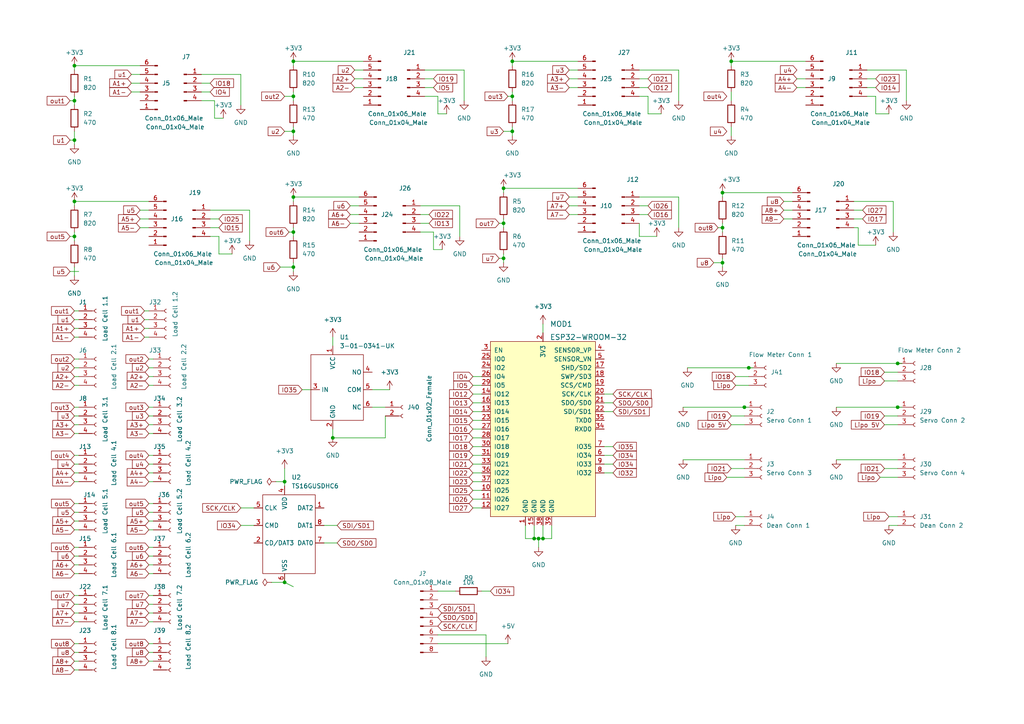
<source format=kicad_sch>
(kicad_sch (version 20211123) (generator eeschema)
  (paper "A4")
  (junction (at 21.59 29.21))
  (junction (at 82.55 168.91))
  (junction (at 260.35 105.41))
  (junction (at 21.59 19.05))
  (junction (at 156.21 156.21))
  (junction (at 148.59 38.1))
  (junction (at 148.59 27.94))
  (junction (at 21.59 68.58))
  (junction (at 146.05 54.61))
  (junction (at 85.09 67.31))
  (junction (at 146.05 74.93))
  (junction (at 217.17 106.68))
  (junction (at 157.48 156.21))
  (junction (at 154.94 156.21))
  (junction (at 85.09 27.94))
  (junction (at 215.9 118.11))
  (junction (at 21.59 58.42))
  (junction (at 85.09 38.1))
  (junction (at 148.59 17.78))
  (junction (at 21.59 40.64))
  (junction (at 209.55 76.2))
  (junction (at 82.55 139.7))
  (junction (at 85.09 17.78))
  (junction (at 212.09 17.78))
  (junction (at 85.09 77.47))
  (junction (at 209.55 55.88))
  (junction (at 85.09 57.15))
  (junction (at 260.35 118.11))
  (junction (at 96.52 127))
  (junction (at 146.05 64.77))
  (junction (at 209.55 66.04))
  (wire (pts (xy 21.59 67.31) (xy 21.59 68.58)))
  (wire (pts (xy 69.85 147.32) (xy 73.66 147.32)))
  (wire (pts (xy 212.09 123.19) (xy 215.9 123.19)))
  (wire (pts (xy 185.42 25.4) (xy 187.96 25.4)))
  (wire (pts (xy 148.59 17.78) (xy 148.59 19.05)))
  (wire (pts (xy 21.59 90.17) (xy 22.86 90.17)))
  (wire (pts (xy 43.18 134.62) (xy 44.45 134.62)))
  (wire (pts (xy 256.54 123.19) (xy 260.35 123.19)))
  (wire (pts (xy 137.16 137.16) (xy 139.7 137.16)))
  (wire (pts (xy 148.59 17.78) (xy 167.64 17.78)))
  (wire (pts (xy 247.65 66.04) (xy 248.92 66.04)))
  (wire (pts (xy 21.59 77.47) (xy 21.59 80.01)))
  (wire (pts (xy 58.42 26.67) (xy 60.96 26.67)))
  (wire (pts (xy 43.18 191.77) (xy 44.45 191.77)))
  (wire (pts (xy 21.59 158.75) (xy 22.86 158.75)))
  (wire (pts (xy 262.89 20.32) (xy 262.89 29.21)))
  (wire (pts (xy 21.59 186.69) (xy 22.86 186.69)))
  (wire (pts (xy 63.5 68.58) (xy 63.5 73.66)))
  (wire (pts (xy 198.12 133.35) (xy 215.9 133.35)))
  (wire (pts (xy 259.08 58.42) (xy 259.08 67.31)))
  (wire (pts (xy 60.96 60.96) (xy 72.39 60.96)))
  (wire (pts (xy 69.85 152.4) (xy 73.66 152.4)))
  (wire (pts (xy 213.36 109.22) (xy 217.17 109.22)))
  (wire (pts (xy 21.59 58.42) (xy 21.59 59.69)))
  (wire (pts (xy 175.26 116.84) (xy 177.8 116.84)))
  (wire (pts (xy 85.09 26.67) (xy 85.09 27.94)))
  (wire (pts (xy 146.05 54.61) (xy 146.05 55.88)))
  (wire (pts (xy 127 33.02) (xy 129.54 33.02)))
  (wire (pts (xy 21.59 132.08) (xy 22.86 132.08)))
  (wire (pts (xy 146.05 73.66) (xy 146.05 74.93)))
  (wire (pts (xy 63.5 73.66) (xy 67.31 73.66)))
  (wire (pts (xy 93.98 157.48) (xy 97.79 157.48)))
  (wire (pts (xy 255.27 138.43) (xy 260.35 138.43)))
  (wire (pts (xy 199.39 106.68) (xy 217.17 106.68)))
  (wire (pts (xy 43.18 158.75) (xy 44.45 158.75)))
  (wire (pts (xy 137.16 132.08) (xy 139.7 132.08)))
  (wire (pts (xy 247.65 63.5) (xy 250.19 63.5)))
  (wire (pts (xy 146.05 64.77) (xy 146.05 66.04)))
  (wire (pts (xy 154.94 156.21) (xy 156.21 156.21)))
  (wire (pts (xy 40.64 60.96) (xy 43.18 60.96)))
  (wire (pts (xy 78.74 168.91) (xy 82.55 168.91)))
  (wire (pts (xy 209.55 66.04) (xy 209.55 67.31)))
  (wire (pts (xy 121.92 64.77) (xy 124.46 64.77)))
  (wire (pts (xy 137.16 116.84) (xy 139.7 116.84)))
  (wire (pts (xy 257.81 152.4) (xy 260.35 152.4)))
  (wire (pts (xy 227.33 58.42) (xy 229.87 58.42)))
  (wire (pts (xy 144.78 74.93) (xy 146.05 74.93)))
  (wire (pts (xy 146.05 54.61) (xy 167.64 54.61)))
  (wire (pts (xy 43.18 180.34) (xy 44.45 180.34)))
  (wire (pts (xy 101.6 59.69) (xy 104.14 59.69)))
  (wire (pts (xy 148.59 27.94) (xy 148.59 29.21)))
  (wire (pts (xy 213.36 149.86) (xy 215.9 149.86)))
  (wire (pts (xy 212.09 17.78) (xy 233.68 17.78)))
  (wire (pts (xy 137.16 142.24) (xy 139.7 142.24)))
  (wire (pts (xy 148.59 38.1) (xy 148.59 39.37)))
  (wire (pts (xy 96.52 97.79) (xy 96.52 100.33)))
  (wire (pts (xy 165.1 62.23) (xy 167.64 62.23)))
  (wire (pts (xy 21.59 92.71) (xy 22.86 92.71)))
  (wire (pts (xy 62.23 29.21) (xy 62.23 34.29)))
  (wire (pts (xy 247.65 60.96) (xy 250.19 60.96)))
  (wire (pts (xy 21.59 29.21) (xy 20.32 29.21)))
  (wire (pts (xy 41.91 97.79) (xy 43.18 97.79)))
  (wire (pts (xy 82.55 139.7) (xy 82.55 140.97)))
  (wire (pts (xy 209.55 55.88) (xy 209.55 57.15)))
  (wire (pts (xy 137.16 124.46) (xy 139.7 124.46)))
  (wire (pts (xy 121.92 62.23) (xy 124.46 62.23)))
  (wire (pts (xy 82.55 167.64) (xy 82.55 168.91)))
  (wire (pts (xy 60.96 66.04) (xy 63.5 66.04)))
  (wire (pts (xy 248.92 66.04) (xy 248.92 71.12)))
  (wire (pts (xy 132.08 171.45) (xy 127 171.45)))
  (wire (pts (xy 21.59 104.14) (xy 22.86 104.14)))
  (wire (pts (xy 21.59 189.23) (xy 22.86 189.23)))
  (wire (pts (xy 123.19 22.86) (xy 125.73 22.86)))
  (wire (pts (xy 43.18 148.59) (xy 44.45 148.59)))
  (wire (pts (xy 21.59 191.77) (xy 22.86 191.77)))
  (wire (pts (xy 21.59 40.64) (xy 20.32 40.64)))
  (wire (pts (xy 21.59 175.26) (xy 22.86 175.26)))
  (wire (pts (xy 185.42 64.77) (xy 185.42 68.58)))
  (wire (pts (xy 41.91 95.25) (xy 43.18 95.25)))
  (wire (pts (xy 21.59 123.19) (xy 22.86 123.19)))
  (wire (pts (xy 82.55 27.94) (xy 85.09 27.94)))
  (wire (pts (xy 43.18 177.8) (xy 44.45 177.8)))
  (wire (pts (xy 82.55 38.1) (xy 85.09 38.1)))
  (wire (pts (xy 137.16 139.7) (xy 139.7 139.7)))
  (wire (pts (xy 251.46 27.94) (xy 254 27.94)))
  (wire (pts (xy 185.42 20.32) (xy 196.85 20.32)))
  (wire (pts (xy 43.18 137.16) (xy 44.45 137.16)))
  (wire (pts (xy 21.59 166.37) (xy 22.86 166.37)))
  (wire (pts (xy 212.09 36.83) (xy 212.09 39.37)))
  (wire (pts (xy 134.62 20.32) (xy 134.62 29.21)))
  (wire (pts (xy 175.26 119.38) (xy 177.8 119.38)))
  (wire (pts (xy 187.96 27.94) (xy 187.96 33.02)))
  (wire (pts (xy 185.42 68.58) (xy 190.5 68.58)))
  (wire (pts (xy 38.1 26.67) (xy 40.64 26.67)))
  (wire (pts (xy 43.18 109.22) (xy 44.45 109.22)))
  (wire (pts (xy 60.96 63.5) (xy 63.5 63.5)))
  (wire (pts (xy 209.55 74.93) (xy 209.55 76.2)))
  (wire (pts (xy 21.59 29.21) (xy 21.59 30.48)))
  (wire (pts (xy 121.92 59.69) (xy 133.35 59.69)))
  (wire (pts (xy 85.09 38.1) (xy 85.09 39.37)))
  (wire (pts (xy 58.42 24.13) (xy 60.96 24.13)))
  (wire (pts (xy 256.54 107.95) (xy 260.35 107.95)))
  (wire (pts (xy 251.46 22.86) (xy 254 22.86)))
  (wire (pts (xy 185.42 57.15) (xy 196.85 57.15)))
  (wire (pts (xy 133.35 59.69) (xy 133.35 68.58)))
  (wire (pts (xy 147.32 27.94) (xy 148.59 27.94)))
  (wire (pts (xy 41.91 92.71) (xy 43.18 92.71)))
  (wire (pts (xy 85.09 57.15) (xy 104.14 57.15)))
  (wire (pts (xy 198.12 118.11) (xy 215.9 118.11)))
  (wire (pts (xy 40.64 21.59) (xy 38.1 21.59)))
  (wire (pts (xy 40.64 66.04) (xy 43.18 66.04)))
  (wire (pts (xy 185.42 59.69) (xy 187.96 59.69)))
  (wire (pts (xy 146.05 63.5) (xy 146.05 64.77)))
  (wire (pts (xy 43.18 151.13) (xy 44.45 151.13)))
  (wire (pts (xy 212.09 120.65) (xy 215.9 120.65)))
  (wire (pts (xy 93.98 152.4) (xy 97.79 152.4)))
  (wire (pts (xy 157.48 93.98) (xy 157.48 96.52)))
  (wire (pts (xy 21.59 172.72) (xy 22.86 172.72)))
  (wire (pts (xy 251.46 20.32) (xy 262.89 20.32)))
  (wire (pts (xy 157.48 152.4) (xy 157.48 156.21)))
  (wire (pts (xy 21.59 38.1) (xy 21.59 40.64)))
  (wire (pts (xy 85.09 17.78) (xy 105.41 17.78)))
  (wire (pts (xy 208.28 66.04) (xy 209.55 66.04)))
  (wire (pts (xy 175.26 132.08) (xy 177.8 132.08)))
  (wire (pts (xy 175.26 114.3) (xy 177.8 114.3)))
  (wire (pts (xy 160.02 156.21) (xy 157.48 156.21)))
  (wire (pts (xy 85.09 17.78) (xy 85.09 19.05)))
  (wire (pts (xy 242.57 133.35) (xy 260.35 133.35)))
  (wire (pts (xy 227.33 63.5) (xy 229.87 63.5)))
  (wire (pts (xy 81.28 77.47) (xy 85.09 77.47)))
  (wire (pts (xy 160.02 152.4) (xy 160.02 156.21)))
  (wire (pts (xy 43.18 172.72) (xy 44.45 172.72)))
  (wire (pts (xy 43.18 125.73) (xy 44.45 125.73)))
  (wire (pts (xy 140.97 184.15) (xy 140.97 190.5)))
  (wire (pts (xy 146.05 38.1) (xy 148.59 38.1)))
  (wire (pts (xy 21.59 163.83) (xy 22.86 163.83)))
  (wire (pts (xy 21.59 120.65) (xy 22.86 120.65)))
  (wire (pts (xy 123.19 27.94) (xy 127 27.94)))
  (wire (pts (xy 247.65 58.42) (xy 259.08 58.42)))
  (wire (pts (xy 137.16 134.62) (xy 139.7 134.62)))
  (wire (pts (xy 121.92 67.31) (xy 125.73 67.31)))
  (wire (pts (xy 242.57 105.41) (xy 260.35 105.41)))
  (wire (pts (xy 196.85 20.32) (xy 196.85 29.21)))
  (wire (pts (xy 43.18 120.65) (xy 44.45 120.65)))
  (wire (pts (xy 231.14 22.86) (xy 233.68 22.86)))
  (wire (pts (xy 21.59 161.29) (xy 22.86 161.29)))
  (wire (pts (xy 21.59 180.34) (xy 22.86 180.34)))
  (wire (pts (xy 43.18 132.08) (xy 44.45 132.08)))
  (wire (pts (xy 254 33.02) (xy 257.81 33.02)))
  (wire (pts (xy 21.59 58.42) (xy 43.18 58.42)))
  (wire (pts (xy 148.59 36.83) (xy 148.59 38.1)))
  (wire (pts (xy 165.1 25.4) (xy 167.64 25.4)))
  (wire (pts (xy 152.4 152.4) (xy 152.4 156.21)))
  (wire (pts (xy 123.19 25.4) (xy 125.73 25.4)))
  (wire (pts (xy 123.19 20.32) (xy 134.62 20.32)))
  (wire (pts (xy 175.26 129.54) (xy 177.8 129.54)))
  (wire (pts (xy 142.24 171.45) (xy 139.7 171.45)))
  (wire (pts (xy 242.57 118.11) (xy 260.35 118.11)))
  (wire (pts (xy 21.59 139.7) (xy 22.86 139.7)))
  (wire (pts (xy 156.21 156.21) (xy 156.21 158.75)))
  (wire (pts (xy 137.16 114.3) (xy 139.7 114.3)))
  (wire (pts (xy 146.05 74.93) (xy 146.05 76.2)))
  (wire (pts (xy 21.59 177.8) (xy 22.86 177.8)))
  (wire (pts (xy 85.09 77.47) (xy 85.09 78.74)))
  (wire (pts (xy 185.42 27.94) (xy 187.96 27.94)))
  (wire (pts (xy 209.55 64.77) (xy 209.55 66.04)))
  (wire (pts (xy 43.18 153.67) (xy 44.45 153.67)))
  (wire (pts (xy 43.18 123.19) (xy 44.45 123.19)))
  (wire (pts (xy 21.59 148.59) (xy 22.86 148.59)))
  (wire (pts (xy 43.18 161.29) (xy 44.45 161.29)))
  (wire (pts (xy 96.52 124.46) (xy 96.52 127)))
  (wire (pts (xy 21.59 109.22) (xy 22.86 109.22)))
  (wire (pts (xy 260.35 105.41) (xy 261.62 105.41)))
  (wire (pts (xy 43.18 146.05) (xy 44.45 146.05)))
  (wire (pts (xy 152.4 156.21) (xy 154.94 156.21)))
  (wire (pts (xy 107.95 118.11) (xy 111.76 118.11)))
  (wire (pts (xy 127 27.94) (xy 127 33.02)))
  (wire (pts (xy 212.09 26.67) (xy 212.09 29.21)))
  (wire (pts (xy 87.63 113.03) (xy 90.17 113.03)))
  (wire (pts (xy 58.42 29.21) (xy 62.23 29.21)))
  (wire (pts (xy 254 27.94) (xy 254 33.02)))
  (wire (pts (xy 101.6 64.77) (xy 104.14 64.77)))
  (wire (pts (xy 21.59 137.16) (xy 22.86 137.16)))
  (wire (pts (xy 21.59 97.79) (xy 22.86 97.79)))
  (wire (pts (xy 257.81 149.86) (xy 260.35 149.86)))
  (wire (pts (xy 125.73 67.31) (xy 125.73 72.39)))
  (wire (pts (xy 185.42 62.23) (xy 187.96 62.23)))
  (wire (pts (xy 251.46 25.4) (xy 254 25.4)))
  (wire (pts (xy 43.18 175.26) (xy 44.45 175.26)))
  (wire (pts (xy 83.82 67.31) (xy 85.09 67.31)))
  (wire (pts (xy 187.96 33.02) (xy 191.77 33.02)))
  (wire (pts (xy 127 184.15) (xy 140.97 184.15)))
  (wire (pts (xy 157.48 156.21) (xy 156.21 156.21)))
  (wire (pts (xy 165.1 57.15) (xy 167.64 57.15)))
  (wire (pts (xy 20.32 78.74) (xy 22.86 78.74)))
  (wire (pts (xy 111.76 127) (xy 111.76 120.65)))
  (wire (pts (xy 209.55 76.2) (xy 209.55 77.47)))
  (wire (pts (xy 82.55 135.89) (xy 82.55 139.7)))
  (wire (pts (xy 196.85 57.15) (xy 196.85 66.04)))
  (wire (pts (xy 213.36 152.4) (xy 215.9 152.4)))
  (wire (pts (xy 165.1 59.69) (xy 167.64 59.69)))
  (wire (pts (xy 215.9 118.11) (xy 217.17 118.11)))
  (wire (pts (xy 21.59 146.05) (xy 22.86 146.05)))
  (wire (pts (xy 256.54 120.65) (xy 260.35 120.65)))
  (wire (pts (xy 21.59 153.67) (xy 22.86 153.67)))
  (wire (pts (xy 20.32 68.58) (xy 21.59 68.58)))
  (wire (pts (xy 137.16 129.54) (xy 139.7 129.54)))
  (wire (pts (xy 21.59 106.68) (xy 22.86 106.68)))
  (wire (pts (xy 185.42 22.86) (xy 187.96 22.86)))
  (wire (pts (xy 43.18 106.68) (xy 44.45 106.68)))
  (wire (pts (xy 21.59 27.94) (xy 21.59 29.21)))
  (wire (pts (xy 175.26 134.62) (xy 177.8 134.62)))
  (wire (pts (xy 217.17 106.68) (xy 218.44 106.68)))
  (wire (pts (xy 137.16 144.78) (xy 139.7 144.78)))
  (wire (pts (xy 248.92 71.12) (xy 254 71.12)))
  (wire (pts (xy 210.82 138.43) (xy 215.9 138.43)))
  (wire (pts (xy 85.09 67.31) (xy 85.09 68.58)))
  (wire (pts (xy 85.09 66.04) (xy 85.09 67.31)))
  (wire (pts (xy 80.01 139.7) (xy 82.55 139.7)))
  (wire (pts (xy 137.16 111.76) (xy 139.7 111.76)))
  (wire (pts (xy 41.91 90.17) (xy 43.18 90.17)))
  (wire (pts (xy 137.16 119.38) (xy 139.7 119.38)))
  (wire (pts (xy 175.26 137.16) (xy 177.8 137.16)))
  (wire (pts (xy 148.59 26.67) (xy 148.59 27.94)))
  (wire (pts (xy 21.59 19.05) (xy 21.59 20.32)))
  (wire (pts (xy 85.09 170.18) (xy 82.55 168.91)))
  (wire (pts (xy 21.59 111.76) (xy 22.86 111.76)))
  (wire (pts (xy 227.33 60.96) (xy 229.87 60.96)))
  (wire (pts (xy 85.09 36.83) (xy 85.09 38.1)))
  (wire (pts (xy 43.18 186.69) (xy 44.45 186.69)))
  (wire (pts (xy 231.14 25.4) (xy 233.68 25.4)))
  (wire (pts (xy 85.09 27.94) (xy 85.09 29.21)))
  (wire (pts (xy 212.09 135.89) (xy 215.9 135.89)))
  (wire (pts (xy 43.18 189.23) (xy 44.45 189.23)))
  (wire (pts (xy 137.16 147.32) (xy 139.7 147.32)))
  (wire (pts (xy 207.01 76.2) (xy 209.55 76.2)))
  (wire (pts (xy 85.09 76.2) (xy 85.09 77.47)))
  (wire (pts (xy 209.55 55.88) (xy 229.87 55.88)))
  (wire (pts (xy 21.59 151.13) (xy 22.86 151.13)))
  (wire (pts (xy 38.1 24.13) (xy 40.64 24.13)))
  (wire (pts (xy 21.59 118.11) (xy 22.86 118.11)))
  (wire (pts (xy 69.85 21.59) (xy 69.85 30.48)))
  (wire (pts (xy 212.09 17.78) (xy 212.09 19.05)))
  (wire (pts (xy 256.54 110.49) (xy 260.35 110.49)))
  (wire (pts (xy 21.59 134.62) (xy 22.86 134.62)))
  (wire (pts (xy 127 186.69) (xy 147.32 186.69)))
  (wire (pts (xy 101.6 62.23) (xy 104.14 62.23)))
  (wire (pts (xy 137.16 121.92) (xy 139.7 121.92)))
  (wire (pts (xy 85.09 57.15) (xy 85.09 58.42)))
  (wire (pts (xy 21.59 95.25) (xy 22.86 95.25)))
  (wire (pts (xy 21.59 68.58) (xy 21.59 69.85)))
  (wire (pts (xy 165.1 20.32) (xy 167.64 20.32)))
  (wire (pts (xy 137.16 109.22) (xy 139.7 109.22)))
  (wire (pts (xy 72.39 60.96) (xy 72.39 69.85)))
  (wire (pts (xy 40.64 63.5) (xy 43.18 63.5)))
  (wire (pts (xy 107.95 113.03) (xy 113.03 113.03)))
  (wire (pts (xy 256.54 135.89) (xy 260.35 135.89)))
  (wire (pts (xy 102.87 20.32) (xy 105.41 20.32)))
  (wire (pts (xy 43.18 111.76) (xy 44.45 111.76)))
  (wire (pts (xy 213.36 111.76) (xy 217.17 111.76)))
  (wire (pts (xy 154.94 152.4) (xy 154.94 156.21)))
  (wire (pts (xy 137.16 127) (xy 139.7 127)))
  (wire (pts (xy 43.18 163.83) (xy 44.45 163.83)))
  (wire (pts (xy 96.52 127) (xy 111.76 127)))
  (wire (pts (xy 102.87 25.4) (xy 105.41 25.4)))
  (wire (pts (xy 58.42 21.59) (xy 69.85 21.59)))
  (wire (pts (xy 43.18 139.7) (xy 44.45 139.7)))
  (wire (pts (xy 62.23 34.29) (xy 64.77 34.29)))
  (wire (pts (xy 102.87 22.86) (xy 105.41 22.86)))
  (wire (pts (xy 165.1 22.86) (xy 167.64 22.86)))
  (wire (pts (xy 144.78 64.77) (xy 146.05 64.77)))
  (wire (pts (xy 260.35 118.11) (xy 261.62 118.11)))
  (wire (pts (xy 21.59 40.64) (xy 21.59 41.91)))
  (wire (pts (xy 43.18 104.14) (xy 44.45 104.14)))
  (wire (pts (xy 60.96 68.58) (xy 63.5 68.58)))
  (wire (pts (xy 43.18 118.11) (xy 44.45 118.11)))
  (wire (pts (xy 125.73 72.39) (xy 128.27 72.39)))
  (wire (pts (xy 43.18 166.37) (xy 44.45 166.37)))
  (wire (pts (xy 21.59 125.73) (xy 22.86 125.73)))
  (wire (pts (xy 21.59 194.31) (xy 22.86 194.31)))
  (wire (pts (xy 21.59 19.05) (xy 40.64 19.05)))
  (global_label "A4-" (shape input) (at 21.59 139.7 180) (property "Intersheet References" "${INTERSHEET_REFS}" (effects hide)))
  (global_label "IO15" (shape input) (at 137.16 121.92 180) (property "Intersheet References" "${INTERSHEET_REFS}" (effects hide)))
  (global_label "u1" (shape input) (at 20.32 40.64 180) (property "Intersheet References" "${INTERSHEET_REFS}" (effects hide)))
  (global_label "IO22" (shape input) (at 137.16 137.16 180) (property "Intersheet References" "${INTERSHEET_REFS}" (effects hide)))
  (global_label "u4" (shape input) (at 43.18 134.62 180) (property "Intersheet References" "${INTERSHEET_REFS}" (effects hide)))
  (global_label "IO17" (shape input) (at 250.19 63.5 0) (property "Intersheet References" "${INTERSHEET_REFS}" (effects hide)))
  (global_label "IO27" (shape input) (at 137.16 147.32 180) (property "Intersheet References" "${INTERSHEET_REFS}" (effects hide)))
  (global_label "u4" (shape input) (at 231.14 20.32 180) (property "Intersheet References" "${INTERSHEET_REFS}" (effects hide)))
  (global_label "IO12" (shape input) (at 187.96 25.4 0) (property "Intersheet References" "${INTERSHEET_REFS}" (effects hide)))
  (global_label "A2-" (shape input) (at 102.87 25.4 180) (property "Intersheet References" "${INTERSHEET_REFS}" (effects hide)))
  (global_label "u6" (shape input) (at 43.18 161.29 180) (property "Intersheet References" "${INTERSHEET_REFS}" (effects hide)))
  (global_label "IO25" (shape input) (at 137.16 142.24 180) (property "Intersheet References" "${INTERSHEET_REFS}" (effects hide)))
  (global_label "A8-" (shape input) (at 21.59 194.31 180) (property "Intersheet References" "${INTERSHEET_REFS}" (effects hide)))
  (global_label "u6" (shape input) (at 81.28 77.47 180) (property "Intersheet References" "${INTERSHEET_REFS}" (effects hide)))
  (global_label "SDO{slash}SD0" (shape input) (at 127 179.07 0) (property "Intersheet References" "${INTERSHEET_REFS}" (effects hide)))
  (global_label "A6-" (shape input) (at 43.18 166.37 180) (property "Intersheet References" "${INTERSHEET_REFS}" (effects hide)))
  (global_label "u2" (shape input) (at 43.18 106.68 180) (property "Intersheet References" "${INTERSHEET_REFS}" (effects hide)))
  (global_label "out8" (shape input) (at 208.28 66.04 180) (property "Intersheet References" "${INTERSHEET_REFS}" (effects hide)))
  (global_label "A6+" (shape input) (at 43.18 163.83 180) (property "Intersheet References" "${INTERSHEET_REFS}" (effects hide)))
  (global_label "IO5" (shape input) (at 137.16 111.76 180) (property "Intersheet References" "${INTERSHEET_REFS}" (effects hide)))
  (global_label "out1" (shape input) (at 21.59 90.17 180) (property "Intersheet References" "${INTERSHEET_REFS}" (effects hide)))
  (global_label "out3" (shape input) (at 43.18 118.11 180) (property "Intersheet References" "${INTERSHEET_REFS}" (effects hide)))
  (global_label "SCK{slash}CLK" (shape input) (at 127 181.61 0) (property "Intersheet References" "${INTERSHEET_REFS}" (effects hide)))
  (global_label "A7-" (shape input) (at 21.59 180.34 180) (property "Intersheet References" "${INTERSHEET_REFS}" (effects hide)))
  (global_label "A5-" (shape input) (at 40.64 66.04 180) (property "Intersheet References" "${INTERSHEET_REFS}" (effects hide)))
  (global_label "IO21" (shape input) (at 187.96 22.86 0) (property "Intersheet References" "${INTERSHEET_REFS}" (effects hide)))
  (global_label "A2+" (shape input) (at 102.87 22.86 180) (property "Intersheet References" "${INTERSHEET_REFS}" (effects hide)))
  (global_label "A5-" (shape input) (at 43.18 153.67 180) (property "Intersheet References" "${INTERSHEET_REFS}" (effects hide)))
  (global_label "out6" (shape input) (at 43.18 158.75 180) (property "Intersheet References" "${INTERSHEET_REFS}" (effects hide)))
  (global_label "out4" (shape input) (at 210.82 27.94 180) (property "Intersheet References" "${INTERSHEET_REFS}" (effects hide)))
  (global_label "u2" (shape input) (at 82.55 38.1 180) (property "Intersheet References" "${INTERSHEET_REFS}" (effects hide)))
  (global_label "IO18" (shape input) (at 213.36 109.22 180) (property "Intersheet References" "${INTERSHEET_REFS}" (effects hide)))
  (global_label "A1+" (shape input) (at 41.91 95.25 180) (property "Intersheet References" "${INTERSHEET_REFS}" (effects hide)))
  (global_label "u5" (shape input) (at 40.64 60.96 180) (property "Intersheet References" "${INTERSHEET_REFS}" (effects hide)))
  (global_label "out6" (shape input) (at 83.82 67.31 180) (property "Intersheet References" "${INTERSHEET_REFS}" (effects hide)))
  (global_label "out7" (shape input) (at 144.78 64.77 180) (property "Intersheet References" "${INTERSHEET_REFS}" (effects hide)))
  (global_label "IO34" (shape input) (at 177.8 132.08 0) (property "Intersheet References" "${INTERSHEET_REFS}" (effects hide)))
  (global_label "IO19" (shape input) (at 212.09 120.65 180) (property "Intersheet References" "${INTERSHEET_REFS}" (effects hide)))
  (global_label "out3" (shape input) (at 147.32 27.94 180) (property "Intersheet References" "${INTERSHEET_REFS}" (effects hide)))
  (global_label "A4-" (shape input) (at 231.14 25.4 180) (property "Intersheet References" "${INTERSHEET_REFS}" (effects hide)))
  (global_label "IO25" (shape input) (at 63.5 63.5 0) (property "Intersheet References" "${INTERSHEET_REFS}" (effects hide)))
  (global_label "IO19" (shape input) (at 256.54 120.65 180) (property "Intersheet References" "${INTERSHEET_REFS}" (effects hide)))
  (global_label "A2+" (shape input) (at 21.59 109.22 180) (property "Intersheet References" "${INTERSHEET_REFS}" (effects hide)))
  (global_label "u2" (shape input) (at 21.59 106.68 180) (property "Intersheet References" "${INTERSHEET_REFS}" (effects hide)))
  (global_label "out7" (shape input) (at 21.59 172.72 180) (property "Intersheet References" "${INTERSHEET_REFS}" (effects hide)))
  (global_label "u3" (shape input) (at 21.59 120.65 180) (property "Intersheet References" "${INTERSHEET_REFS}" (effects hide)))
  (global_label "A4+" (shape input) (at 43.18 137.16 180) (property "Intersheet References" "${INTERSHEET_REFS}" (effects hide)))
  (global_label "u7" (shape input) (at 144.78 74.93 180) (property "Intersheet References" "${INTERSHEET_REFS}" (effects hide)))
  (global_label "Lipo 5V" (shape input) (at 212.09 123.19 180) (property "Intersheet References" "${INTERSHEET_REFS}" (effects hide)))
  (global_label "Lipo" (shape input) (at 210.82 138.43 180) (property "Intersheet References" "${INTERSHEET_REFS}" (effects hide)))
  (global_label "u7" (shape input) (at 21.59 175.26 180) (property "Intersheet References" "${INTERSHEET_REFS}" (effects hide)))
  (global_label "A4+" (shape input) (at 21.59 137.16 180) (property "Intersheet References" "${INTERSHEET_REFS}" (effects hide)))
  (global_label "u7" (shape input) (at 165.1 57.15 180) (property "Intersheet References" "${INTERSHEET_REFS}" (effects hide)))
  (global_label "u3" (shape input) (at 43.18 120.65 180) (property "Intersheet References" "${INTERSHEET_REFS}" (effects hide)))
  (global_label "IO26" (shape input) (at 187.96 59.69 0) (property "Intersheet References" "${INTERSHEET_REFS}" (effects hide)))
  (global_label "u2" (shape input) (at 102.87 20.32 180) (property "Intersheet References" "${INTERSHEET_REFS}" (effects hide)))
  (global_label "IO22" (shape input) (at 124.46 62.23 0) (property "Intersheet References" "${INTERSHEET_REFS}" (effects hide)))
  (global_label "IO21" (shape input) (at 137.16 134.62 180) (property "Intersheet References" "${INTERSHEET_REFS}" (effects hide)))
  (global_label "IO17" (shape input) (at 137.16 127 180) (property "Intersheet References" "${INTERSHEET_REFS}" (effects hide)))
  (global_label "Lipo" (shape input) (at 213.36 111.76 180) (property "Intersheet References" "${INTERSHEET_REFS}" (effects hide)))
  (global_label "A8-" (shape input) (at 227.33 63.5 180) (property "Intersheet References" "${INTERSHEET_REFS}" (effects hide)))
  (global_label "IO14" (shape input) (at 137.16 119.38 180) (property "Intersheet References" "${INTERSHEET_REFS}" (effects hide)))
  (global_label "A4-" (shape input) (at 43.18 139.7 180) (property "Intersheet References" "${INTERSHEET_REFS}" (effects hide)))
  (global_label "out4" (shape input) (at 21.59 132.08 180) (property "Intersheet References" "${INTERSHEET_REFS}" (effects hide)))
  (global_label "Lipo 5V" (shape input) (at 256.54 123.19 180) (property "Intersheet References" "${INTERSHEET_REFS}" (effects hide)))
  (global_label "IO34" (shape input) (at 177.8 134.62 0) (property "Intersheet References" "${INTERSHEET_REFS}" (effects hide)))
  (global_label "u4" (shape input) (at 210.82 38.1 180) (property "Intersheet References" "${INTERSHEET_REFS}" (effects hide)))
  (global_label "IO4" (shape input) (at 137.16 109.22 180) (property "Intersheet References" "${INTERSHEET_REFS}" (effects hide)))
  (global_label "out3" (shape input) (at 21.59 118.11 180) (property "Intersheet References" "${INTERSHEET_REFS}" (effects hide)))
  (global_label "Lipo" (shape input) (at 255.27 138.43 180) (property "Intersheet References" "${INTERSHEET_REFS}" (effects hide)))
  (global_label "u1" (shape input) (at 38.1 21.59 180) (property "Intersheet References" "${INTERSHEET_REFS}" (effects hide)))
  (global_label "IO13" (shape input) (at 124.46 64.77 0) (property "Intersheet References" "${INTERSHEET_REFS}" (effects hide)))
  (global_label "A6+" (shape input) (at 21.59 163.83 180) (property "Intersheet References" "${INTERSHEET_REFS}" (effects hide)))
  (global_label "IO4" (shape input) (at 60.96 26.67 0) (property "Intersheet References" "${INTERSHEET_REFS}" (effects hide)))
  (global_label "A3+" (shape input) (at 43.18 123.19 180) (property "Intersheet References" "${INTERSHEET_REFS}" (effects hide)))
  (global_label "A7+" (shape input) (at 165.1 59.69 180) (property "Intersheet References" "${INTERSHEET_REFS}" (effects hide)))
  (global_label "out8" (shape input) (at 21.59 186.69 180) (property "Intersheet References" "${INTERSHEET_REFS}" (effects hide)))
  (global_label "u8" (shape input) (at 43.18 189.23 180) (property "Intersheet References" "${INTERSHEET_REFS}" (effects hide)))
  (global_label "u8" (shape input) (at 207.01 76.2 180) (property "Intersheet References" "${INTERSHEET_REFS}" (effects hide)))
  (global_label "IO18" (shape input) (at 256.54 107.95 180) (property "Intersheet References" "${INTERSHEET_REFS}" (effects hide)))
  (global_label "out7" (shape input) (at 43.18 172.72 180) (property "Intersheet References" "${INTERSHEET_REFS}" (effects hide)))
  (global_label "A3-" (shape input) (at 165.1 25.4 180) (property "Intersheet References" "${INTERSHEET_REFS}" (effects hide)))
  (global_label "u1" (shape input) (at 41.91 92.71 180) (property "Intersheet References" "${INTERSHEET_REFS}" (effects hide)))
  (global_label "Lipo " (shape input) (at 257.81 149.86 180) (property "Intersheet References" "${INTERSHEET_REFS}" (effects hide)))
  (global_label "IO23" (shape input) (at 137.16 139.7 180) (property "Intersheet References" "${INTERSHEET_REFS}" (effects hide)))
  (global_label "A6-" (shape input) (at 101.6 64.77 180) (property "Intersheet References" "${INTERSHEET_REFS}" (effects hide)))
  (global_label "A5+" (shape input) (at 43.18 151.13 180) (property "Intersheet References" "${INTERSHEET_REFS}" (effects hide)))
  (global_label "out1" (shape input) (at 41.91 90.17 180) (property "Intersheet References" "${INTERSHEET_REFS}" (effects hide)))
  (global_label "IO12" (shape input) (at 137.16 114.3 180) (property "Intersheet References" "${INTERSHEET_REFS}" (effects hide)))
  (global_label "IO16" (shape input) (at 137.16 124.46 180) (property "Intersheet References" "${INTERSHEET_REFS}" (effects hide)))
  (global_label "A8+" (shape input) (at 21.59 191.77 180) (property "Intersheet References" "${INTERSHEET_REFS}" (effects hide)))
  (global_label "u3" (shape input) (at 146.05 38.1 180) (property "Intersheet References" "${INTERSHEET_REFS}" (effects hide)))
  (global_label "out6" (shape input) (at 21.59 158.75 180) (property "Intersheet References" "${INTERSHEET_REFS}" (effects hide)))
  (global_label "A8+" (shape input) (at 43.18 191.77 180) (property "Intersheet References" "${INTERSHEET_REFS}" (effects hide)))
  (global_label "out2" (shape input) (at 82.55 27.94 180) (property "Intersheet References" "${INTERSHEET_REFS}" (effects hide)))
  (global_label "IO14" (shape input) (at 254 25.4 0) (property "Intersheet References" "${INTERSHEET_REFS}" (effects hide)))
  (global_label "A1-" (shape input) (at 41.91 97.79 180) (property "Intersheet References" "${INTERSHEET_REFS}" (effects hide)))
  (global_label "SDI{slash}SD1" (shape input) (at 97.79 152.4 0) (property "Intersheet References" "${INTERSHEET_REFS}" (effects hide)))
  (global_label "A7-" (shape input) (at 165.1 62.23 180) (property "Intersheet References" "${INTERSHEET_REFS}" (effects hide)))
  (global_label "IO19" (shape input) (at 125.73 22.86 0) (property "Intersheet References" "${INTERSHEET_REFS}" (effects hide)))
  (global_label "IO5" (shape input) (at 125.73 25.4 0) (property "Intersheet References" "${INTERSHEET_REFS}" (effects hide)))
  (global_label "A5+" (shape input) (at 21.59 151.13 180) (property "Intersheet References" "${INTERSHEET_REFS}" (effects hide)))
  (global_label "A5-" (shape input) (at 21.59 153.67 180) (property "Intersheet References" "${INTERSHEET_REFS}" (effects hide)))
  (global_label "A2+" (shape input) (at 43.18 109.22 180) (property "Intersheet References" "${INTERSHEET_REFS}" (effects hide)))
  (global_label "A8+" (shape input) (at 227.33 60.96 180) (property "Intersheet References" "${INTERSHEET_REFS}" (effects hide)))
  (global_label "A6+" (shape input) (at 101.6 62.23 180) (property "Intersheet References" "${INTERSHEET_REFS}" (effects hide)))
  (global_label "SCK{slash}CLK" (shape input) (at 69.85 147.32 180) (property "Intersheet References" "${INTERSHEET_REFS}" (effects hide)))
  (global_label "u4" (shape input) (at 21.59 134.62 180) (property "Intersheet References" "${INTERSHEET_REFS}" (effects hide)))
  (global_label "IO27" (shape input) (at 250.19 60.96 0) (property "Intersheet References" "${INTERSHEET_REFS}" (effects hide)))
  (global_label "A1+" (shape input) (at 21.59 95.25 180) (property "Intersheet References" "${INTERSHEET_REFS}" (effects hide)))
  (global_label "A3+" (shape input) (at 165.1 22.86 180) (property "Intersheet References" "${INTERSHEET_REFS}" (effects hide)))
  (global_label "A7+" (shape input) (at 21.59 177.8 180) (property "Intersheet References" "${INTERSHEET_REFS}" (effects hide)))
  (global_label "IO35" (shape input) (at 87.63 113.03 180) (property "Intersheet References" "${INTERSHEET_REFS}" (effects hide)))
  (global_label "IO23" (shape input) (at 254 22.86 0) (property "Intersheet References" "${INTERSHEET_REFS}" (effects hide)))
  (global_label "A2-" (shape input) (at 43.18 111.76 180) (property "Intersheet References" "${INTERSHEET_REFS}" (effects hide)))
  (global_label "out5" (shape input) (at 20.32 68.58 180) (property "Intersheet References" "${INTERSHEET_REFS}" (effects hide)))
  (global_label "SDI{slash}SD1" (shape input) (at 177.8 119.38 0) (property "Intersheet References" "${INTERSHEET_REFS}" (effects hide)))
  (global_label "A7-" (shape input) (at 43.18 180.34 180) (property "Intersheet References" "${INTERSHEET_REFS}" (effects hide)))
  (global_label "IO15" (shape input) (at 63.5 66.04 0) (property "Intersheet References" "${INTERSHEET_REFS}" (effects hide)))
  (global_label "A3-" (shape input) (at 43.18 125.73 180) (property "Intersheet References" "${INTERSHEET_REFS}" (effects hide)))
  (global_label "IO34" (shape input) (at 142.24 171.45 0) (property "Intersheet References" "${INTERSHEET_REFS}" (effects hide)))
  (global_label "A4+" (shape input) (at 231.14 22.86 180) (property "Intersheet References" "${INTERSHEET_REFS}" (effects hide)))
  (global_label "IO16" (shape input) (at 187.96 62.23 0) (property "Intersheet References" "${INTERSHEET_REFS}" (effects hide)))
  (global_label "A3+" (shape input) (at 21.59 123.19 180) (property "Intersheet References" "${INTERSHEET_REFS}" (effects hide)))
  (global_label "u1" (shape input) (at 21.59 92.71 180) (property "Intersheet References" "${INTERSHEET_REFS}" (effects hide)))
  (global_label "IO18" (shape input) (at 60.96 24.13 0) (property "Intersheet References" "${INTERSHEET_REFS}" (effects hide)))
  (global_label "IO19" (shape input) (at 137.16 132.08 180) (property "Intersheet References" "${INTERSHEET_REFS}" (effects hide)))
  (global_label "out1" (shape input) (at 20.32 29.21 180) (property "Intersheet References" "${INTERSHEET_REFS}" (effects hide)))
  (global_label "A1-" (shape input) (at 38.1 26.67 180) (property "Intersheet References" "${INTERSHEET_REFS}" (effects hide)))
  (global_label "IO21" (shape input) (at 256.54 135.89 180) (property "Intersheet References" "${INTERSHEET_REFS}" (effects hide)))
  (global_label "out4" (shape input) (at 43.18 132.08 180) (property "Intersheet References" "${INTERSHEET_REFS}" (effects hide)))
  (global_label "A5+" (shape input) (at 40.64 63.5 180) (property "Intersheet References" "${INTERSHEET_REFS}" (effects hide)))
  (global_label "u8" (shape input) (at 227.33 58.42 180) (property "Intersheet References" "${INTERSHEET_REFS}" (effects hide)))
  (global_label "IO34" (shape input) (at 69.85 152.4 180) (property "Intersheet References" "${INTERSHEET_REFS}" (effects hide)))
  (global_label "IO18" (shape input) (at 137.16 129.54 180) (property "Intersheet References" "${INTERSHEET_REFS}" (effects hide)))
  (global_label "SCK{slash}CLK" (shape input) (at 177.8 114.3 0) (property "Intersheet References" "${INTERSHEET_REFS}" (effects hide)))
  (global_label "IO32" (shape input) (at 177.8 137.16 0) (property "Intersheet References" "${INTERSHEET_REFS}" (effects hide)))
  (global_label "u5" (shape input) (at 43.18 148.59 180) (property "Intersheet References" "${INTERSHEET_REFS}" (effects hide)))
  (global_label "A1+" (shape input) (at 38.1 24.13 180) (property "Intersheet References" "${INTERSHEET_REFS}" (effects hide)))
  (global_label "u8" (shape input) (at 21.59 189.23 180) (property "Intersheet References" "${INTERSHEET_REFS}" (effects hide)))
  (global_label "IO26" (shape input) (at 137.16 144.78 180) (property "Intersheet References" "${INTERSHEET_REFS}" (effects hide)))
  (global_label "out5" (shape input) (at 43.18 146.05 180) (property "Intersheet References" "${INTERSHEET_REFS}" (effects hide)))
  (global_label "A1-" (shape input) (at 21.59 97.79 180) (property "Intersheet References" "${INTERSHEET_REFS}" (effects hide)))
  (global_label "A6-" (shape input) (at 21.59 166.37 180) (property "Intersheet References" "${INTERSHEET_REFS}" (effects hide)))
  (global_label "A3-" (shape input) (at 21.59 125.73 180) (property "Intersheet References" "${INTERSHEET_REFS}" (effects hide)))
  (global_label "SDO{slash}SD0" (shape input) (at 177.8 116.84 0) (property "Intersheet References" "${INTERSHEET_REFS}" (effects hide)))
  (global_label "SDO{slash}SD0" (shape input) (at 97.79 157.48 0) (property "Intersheet References" "${INTERSHEET_REFS}" (effects hide)))
  (global_label "SDI{slash}SD1" (shape input) (at 127 176.53 0) (property "Intersheet References" "${INTERSHEET_REFS}" (effects hide)))
  (global_label "out2" (shape input) (at 43.18 104.14 180) (property "Intersheet References" "${INTERSHEET_REFS}" (effects hide)))
  (global_label "A7+" (shape input) (at 43.18 177.8 180) (property "Intersheet References" "${INTERSHEET_REFS}" (effects hide)))
  (global_label "IO35" (shape input) (at 177.8 129.54 0) (property "Intersheet References" "${INTERSHEET_REFS}" (effects hide)))
  (global_label "Lipo " (shape input) (at 256.54 110.49 180) (property "Intersheet References" "${INTERSHEET_REFS}" (effects hide)))
  (global_label "u3" (shape input) (at 165.1 20.32 180) (property "Intersheet References" "${INTERSHEET_REFS}" (effects hide)))
  (global_label "u6" (shape input) (at 21.59 161.29 180) (property "Intersheet References" "${INTERSHEET_REFS}" (effects hide)))
  (global_label "u5" (shape input) (at 21.59 148.59 180) (property "Intersheet References" "${INTERSHEET_REFS}" (effects hide)))
  (global_label "u6" (shape input) (at 101.6 59.69 180) (property "Intersheet References" "${INTERSHEET_REFS}" (effects hide)))
  (global_label "IO13" (shape input) (at 137.16 116.84 180) (property "Intersheet References" "${INTERSHEET_REFS}" (effects hide)))
  (global_label "u5" (shape input) (at 20.32 78.74 180) (property "Intersheet References" "${INTERSHEET_REFS}" (effects hide)))
  (global_label "Lipo" (shape input) (at 213.36 149.86 180) (property "Intersheet References" "${INTERSHEET_REFS}" (effects hide)))
  (global_label "u7" (shape input) (at 43.18 175.26 180) (property "Intersheet References" "${INTERSHEET_REFS}" (effects hide)))
  (global_label "IO21" (shape input) (at 212.09 135.89 180) (property "Intersheet References" "${INTERSHEET_REFS}" (effects hide)))
  (global_label "out5" (shape input) (at 21.59 146.05 180) (property "Intersheet References" "${INTERSHEET_REFS}" (effects hide)))
  (global_label "out8" (shape input) (at 43.18 186.69 180) (property "Intersheet References" "${INTERSHEET_REFS}" (effects hide)))
  (global_label "A2-" (shape input) (at 21.59 111.76 180) (property "Intersheet References" "${INTERSHEET_REFS}" (effects hide)))
  (global_label "out2" (shape input) (at 21.59 104.14 180) (property "Intersheet References" "${INTERSHEET_REFS}" (effects hide)))
  (symbol (lib_id "power:+3.3V") (at 257.81 33.02 0) (unit 1)
    (property "Reference" "#PWR08" (effects hide))
    (property "Value" "+3.3V" (at 257.81 29.21 0))
  )
  (symbol (lib_id "power:+3.3V") (at 209.55 55.88 0) (unit 1)
    (property "Reference" "#PWR026" (effects hide))
    (property "Value" "+3.3V" (at 212.09 52.07 0))
  )
  (symbol (lib_id "power:PWR_FLAG") (at 78.74 168.91 90) (unit 1)
    (property "Reference" "#FLG0102" (effects hide))
    (property "Value" "PWR_FLAG" (at 74.93 168.9099 90) (effects (justify left)))
  )
  (symbol (lib_id "power:+3.3V") (at 190.5 68.58 0) (unit 1)
    (property "Reference" "#PWR07" (effects hide))
    (property "Value" "+3.3V" (at 190.5 64.77 0))
  )
  (symbol (lib_id "Connector:Conn_01x04_Female") (at 27.94 106.68 0) (unit 1)
    (property "Reference" "J6" (at 22.86 101.6 0) (effects (justify left)))
    (property "Value" "Load Cell 2.1" (at 33.02 113.03 90) (effects (justify left)))
  )
  (symbol (lib_id "Connector:Conn_01x04_Male") (at 180.34 22.86 0) (unit 1)
    (property "Reference" "J27" (at 180.975 15.24 0))
    (property "Value" "Conn_01x04_Male" (at 177.8 35.56 0))
  )
  (symbol (lib_id "Device:R") (at 146.05 69.85 180) (unit 1)
    (property "Reference" "R6" (at 148.59 68.5799 0) (effects (justify right)))
    (property "Value" "470" (at 148.59 71.1199 0) (effects (justify right)))
    (property "Footprint" "Resistor_SMD:R_0201_0603Metric" (effects hide))
  )
  (symbol (lib_id "Connector:Conn_01x06_Male") (at 234.95 63.5 180) (unit 1)
    (property "Reference" "J17" (at 236.22 60.9599 0) (effects (justify right)))
    (property "Value" "Conn_01x06_Male" (at 231.14 71.12 0) (effects (justify right)))
  )
  (symbol (lib_id "power:GND") (at 21.59 41.91 0) (unit 1)
    (property "Reference" "#PWR04" (effects hide))
    (property "Value" "GND" (at 21.59 46.99 0))
  )
  (symbol (lib_id "Connector:Conn_01x04_Male") (at 55.88 63.5 0) (unit 1)
    (property "Reference" "J19" (at 56.515 55.88 0))
    (property "Value" "Conn_01x04_Male" (at 53.34 76.2 0))
  )
  (symbol (lib_id "power:+3.3V") (at 113.03 113.03 0) (unit 1)
    (property "Reference" "#PWR045" (effects hide))
    (property "Value" "+3.3V" (at 113.03 107.95 0))
  )
  (symbol (lib_id "power:GND") (at 262.89 29.21 0) (unit 1)
    (property "Reference" "#PWR013" (effects hide))
    (property "Value" "GND" (at 262.89 34.29 0))
  )
  (symbol (lib_id "power:GND") (at 196.85 29.21 0) (unit 1)
    (property "Reference" "#PWR040" (effects hide))
    (property "Value" "GND" (at 196.85 34.29 0))
  )
  (symbol (lib_id "power:+3.3V") (at 157.48 93.98 0) (unit 1)
    (property "Reference" "#PWR02" (effects hide))
    (property "Value" "+3.3V" (at 157.48 88.9 0))
  )
  (symbol (lib_id "power:GND") (at 72.39 69.85 0) (unit 1)
    (property "Reference" "#PWR030" (effects hide))
    (property "Value" "GND" (at 72.39 74.93 0))
  )
  (symbol (lib_id "Device:R") (at 148.59 33.02 180) (unit 1)
    (property "Reference" "R17" (at 151.13 31.7499 0) (effects (justify right)))
    (property "Value" "470" (at 151.13 34.2899 0) (effects (justify right)))
    (property "Footprint" "Resistor_SMD:R_0201_0603Metric" (effects hide))
  )
  (symbol (lib_id "sd-card:TS16GUSDHC6") (at 86.36 148.59 0) (unit 1)
    (property "Reference" "U2" (at 84.5694 138.43 0) (effects (justify left)))
    (property "Value" "TS16GUSDHC6" (at 84.5694 140.97 0) (effects (justify left)))
  )
  (symbol (lib_id "power:GND") (at 199.39 106.68 0) (unit 1)
    (property "Reference" "#PWR046" (effects hide))
    (property "Value" "GND" (at 199.39 111.76 0))
  )
  (symbol (lib_id "Connector:Conn_01x04_Male") (at 53.34 24.13 0) (unit 1)
    (property "Reference" "J7" (at 53.975 16.51 0))
    (property "Value" "Conn_01x04_Male" (at 50.8 36.83 0))
  )
  (symbol (lib_id "power:GND") (at 242.57 133.35 0) (unit 1)
    (property "Reference" "#PWR041" (effects hide))
    (property "Value" "GND" (at 242.57 138.43 0))
  )
  (symbol (lib_id "Device:R") (at 212.09 22.86 180) (unit 1)
    (property "Reference" "R3" (at 214.63 21.5899 0) (effects (justify right)))
    (property "Value" "820" (at 214.63 24.1299 0) (effects (justify right)))
    (property "Footprint" "Resistor_SMD:R_0201_0603Metric" (effects hide))
  )
  (symbol (lib_id "Device:R") (at 85.09 22.86 180) (unit 1)
    (property "Reference" "R10" (at 87.63 21.5899 0) (effects (justify right)))
    (property "Value" "820" (at 87.63 24.1299 0) (effects (justify right)))
    (property "Footprint" "Resistor_SMD:R_0201_0603Metric" (effects hide))
  )
  (symbol (lib_id "Connector:Conn_01x06_Male") (at 172.72 25.4 180) (unit 1)
    (property "Reference" "J25" (at 173.99 22.8599 0) (effects (justify right)))
    (property "Value" "Conn_01x06_Male" (at 168.91 33.02 0) (effects (justify right)))
  )
  (symbol (lib_id "Connector:Conn_01x04_Female") (at 27.94 92.71 0) (unit 1)
    (property "Reference" "J1" (at 22.86 87.63 0) (effects (justify left)))
    (property "Value" "Load Cell 1.1" (at 30.48 99.06 90) (effects (justify left)))
  )
  (symbol (lib_id "Connector:Conn_01x03_Female") (at 220.98 135.89 0) (unit 1)
    (property "Reference" "J3" (at 222.25 134.6199 0) (effects (justify left)))
    (property "Value" "Servo Conn 3" (at 222.25 137.1599 0) (effects (justify left)))
  )
  (symbol (lib_id "Device:R") (at 21.59 63.5 180) (unit 1)
    (property "Reference" "R7" (at 24.13 62.2299 0) (effects (justify right)))
    (property "Value" "820" (at 24.13 64.7699 0) (effects (justify right)))
    (property "Footprint" "Resistor_SMD:R_0201_0603Metric" (effects hide))
  )
  (symbol (lib_id "Device:R") (at 21.59 73.66 180) (unit 1)
    (property "Reference" "R8" (at 24.13 72.3899 0) (effects (justify right)))
    (property "Value" "470" (at 24.13 74.9299 0) (effects (justify right)))
    (property "Footprint" "Resistor_SMD:R_0201_0603Metric" (effects hide))
  )
  (symbol (lib_id "power:PWR_FLAG") (at 80.01 139.7 90) (unit 1)
    (property "Reference" "#FLG0101" (effects hide))
    (property "Value" "PWR_FLAG" (at 76.2 139.6999 90) (effects (justify left)))
  )
  (symbol (lib_id "dk_RF-Transceiver-Modules:ESP32-WROOM-32") (at 152.4 99.06 0) (unit 1)
    (property "Reference" "MOD1" (at 159.4994 93.98 0) (effects (font (size 1.524 1.524)) (justify left)))
    (property "Value" "ESP32-WROOM-32" (at 159.4994 97.79 0) (effects (font (size 1.524 1.524)) (justify left)))
    (property "Footprint" "digikey-footprints:ESP32-WROOM-32D" (effects hide))
    (property "Datasheet" "https://www.espressif.com/sites/default/files/documentation/esp32-wroom-32_datasheet_en.pdf" (effects hide))
    (property "Digi-Key_PN" "1904-1010-1-ND" (effects hide))
    (property "MPN" "ESP32-WROOM-32" (effects hide))
    (property "Category" "RF/IF and RFID" (effects hide))
    (property "Family" "RF Transceiver Modules" (effects hide))
    (property "DK_Datasheet_Link" "https://www.espressif.com/sites/default/files/documentation/esp32-wroom-32_datasheet_en.pdf" (effects hide))
    (property "DK_Detail_Page" "/product-detail/en/espressif-systems/ESP32-WROOM-32/1904-1010-1-ND/8544305" (effects hide))
    (property "Description" "SMD MODULE, ESP32-D0WDQ6, 32MBIT" (effects hide))
    (property "Manufacturer" "Espressif Systems" (effects hide))
    (property "Status" "Active" (effects hide))
  )
  (symbol (lib_id "power:GND") (at 198.12 133.35 0) (unit 1)
    (property "Reference" "#PWR021" (effects hide))
    (property "Value" "GND" (at 198.12 138.43 0))
  )
  (symbol (lib_id "power:GND") (at 146.05 76.2 0) (unit 1)
    (property "Reference" "#PWR012" (effects hide))
    (property "Value" "GND" (at 146.05 81.28 0))
  )
  (symbol (lib_id "power:+3.3V") (at 85.09 17.78 0) (unit 1)
    (property "Reference" "#PWR028" (effects hide))
    (property "Value" "+3.3V" (at 85.09 13.97 0))
  )
  (symbol (lib_id "Device:R") (at 146.05 59.69 180) (unit 1)
    (property "Reference" "R5" (at 148.59 58.4199 0) (effects (justify right)))
    (property "Value" "820" (at 148.59 60.9599 0) (effects (justify right)))
    (property "Footprint" "Resistor_SMD:R_0201_0603Metric" (effects hide))
  )
  (symbol (lib_id "power:+3.3V") (at 191.77 33.02 0) (unit 1)
    (property "Reference" "#PWR044" (effects hide))
    (property "Value" "+3.3V" (at 191.77 29.21 0))
  )
  (symbol (lib_id "Connector:Conn_01x04_Female") (at 49.53 189.23 0) (unit 1)
    (property "Reference" "J39" (at 44.45 182.88 0) (effects (justify left)))
    (property "Value" "Load Cell 8.2" (at 54.61 194.31 90) (effects (justify left)))
  )
  (symbol (lib_id "Connector:Conn_01x04_Female") (at 48.26 92.71 0) (unit 1)
    (property "Reference" "J32" (at 43.18 87.63 0) (effects (justify left)))
    (property "Value" "Load Cell 1.2" (at 50.8 97.79 90) (effects (justify left)))
  )
  (symbol (lib_id "relay_board:3-01-0341-UK") (at 97.79 105.41 0) (unit 1)
    (property "Reference" "U1" (at 98.5394 97.79 0) (effects (justify left)))
    (property "Value" "3-01-0341-UK" (at 98.5394 100.33 0) (effects (justify left)))
  )
  (symbol (lib_id "power:GND") (at 196.85 66.04 0) (unit 1)
    (property "Reference" "#PWR014" (effects hide))
    (property "Value" "GND" (at 196.85 71.12 0))
  )
  (symbol (lib_id "Device:R") (at 85.09 72.39 180) (unit 1)
    (property "Reference" "R15" (at 87.63 71.1199 0) (effects (justify right)))
    (property "Value" "470" (at 87.63 73.6599 0) (effects (justify right)))
    (property "Footprint" "Resistor_SMD:R_0201_0603Metric" (effects hide))
  )
  (symbol (lib_id "power:+3.3V") (at 64.77 34.29 0) (unit 1)
    (property "Reference" "#PWR06" (effects hide))
    (property "Value" "+3.3V" (at 64.77 30.48 0))
  )
  (symbol (lib_id "Connector:Conn_01x02_Female") (at 265.43 149.86 0) (unit 1)
    (property "Reference" "J31" (at 266.7 149.8599 0) (effects (justify left)))
    (property "Value" "Dean Conn 2" (at 266.7 152.3999 0) (effects (justify left)))
  )
  (symbol (lib_id "power:+3.3V") (at 146.05 54.61 0) (unit 1)
    (property "Reference" "#PWR011" (effects hide))
    (property "Value" "+3.3V" (at 148.59 50.8 0))
  )
  (symbol (lib_id "power:GND") (at 85.09 39.37 0) (unit 1)
    (property "Reference" "#PWR029" (effects hide))
    (property "Value" "GND" (at 85.09 44.45 0))
  )
  (symbol (lib_id "Connector:Conn_01x03_Female") (at 265.43 135.89 0) (unit 1)
    (property "Reference" "J30" (at 266.7 134.6199 0) (effects (justify left)))
    (property "Value" "Servo Conn 4" (at 266.7 137.1599 0) (effects (justify left)))
  )
  (symbol (lib_id "power:+3.3V") (at 21.59 19.05 0) (unit 1)
    (property "Reference" "#PWR03" (effects hide))
    (property "Value" "+3.3V" (at 21.59 15.24 0))
  )
  (symbol (lib_id "power:GND") (at 133.35 68.58 0) (unit 1)
    (property "Reference" "#PWR039" (effects hide))
    (property "Value" "GND" (at 133.35 73.66 0))
  )
  (symbol (lib_id "power:GND") (at 69.85 30.48 0) (unit 1)
    (property "Reference" "#PWR05" (effects hide))
    (property "Value" "GND" (at 69.85 35.56 0))
  )
  (symbol (lib_id "Device:R") (at 85.09 33.02 180) (unit 1)
    (property "Reference" "R13" (at 87.63 31.7499 0) (effects (justify right)))
    (property "Value" "470" (at 87.63 34.2899 0) (effects (justify right)))
    (property "Footprint" "Resistor_SMD:R_0201_0603Metric" (effects hide))
  )
  (symbol (lib_id "Connector:Conn_01x04_Female") (at 49.53 134.62 0) (unit 1)
    (property "Reference" "J35" (at 44.45 129.54 0) (effects (justify left)))
    (property "Value" "Load Cell 4.2" (at 54.61 140.97 90) (effects (justify left)))
  )
  (symbol (lib_id "Connector:Conn_01x06_Male") (at 48.26 66.04 180) (unit 1)
    (property "Reference" "J16" (at 49.53 63.4999 0) (effects (justify right)))
    (property "Value" "Conn_01x06_Male" (at 44.45 73.66 0) (effects (justify right)))
  )
  (symbol (lib_id "Connector:Conn_01x06_Male") (at 109.22 64.77 180) (unit 1)
    (property "Reference" "J24" (at 110.49 62.2299 0) (effects (justify right)))
    (property "Value" "Conn_01x06_Male" (at 105.41 72.39 0) (effects (justify right)))
  )
  (symbol (lib_id "Connector:Conn_01x03_Female") (at 265.43 120.65 0) (unit 1)
    (property "Reference" "J29" (at 266.7 119.3799 0) (effects (justify left)))
    (property "Value" "Servo Conn 2" (at 266.7 121.9199 0) (effects (justify left)))
  )
  (symbol (lib_id "power:GND") (at 212.09 39.37 0) (unit 1)
    (property "Reference" "#PWR010" (effects hide))
    (property "Value" "GND" (at 212.09 44.45 0))
  )
  (symbol (lib_id "power:+5V") (at 147.32 186.69 0) (unit 1)
    (property "Reference" "#PWR?" (effects hide))
    (property "Value" "+5V" (at 147.32 181.61 0))
  )
  (symbol (lib_id "power:GND") (at 242.57 118.11 0) (unit 1)
    (property "Reference" "#PWR034" (effects hide))
    (property "Value" "GND" (at 242.57 123.19 0))
  )
  (symbol (lib_id "power:+3.3V") (at 96.52 97.79 0) (unit 1)
    (property "Reference" "#PWR0101" (effects hide))
    (property "Value" "+3.3V" (at 96.52 92.71 0))
  )
  (symbol (lib_id "Device:R") (at 85.09 62.23 180) (unit 1)
    (property "Reference" "R14" (at 87.63 60.9599 0) (effects (justify right)))
    (property "Value" "820" (at 87.63 63.4999 0) (effects (justify right)))
    (property "Footprint" "Resistor_SMD:R_0201_0603Metric" (effects hide))
  )
  (symbol (lib_id "Connector:Conn_01x04_Female") (at 49.53 175.26 0) (unit 1)
    (property "Reference" "J38" (at 44.45 170.18 0) (effects (justify left)))
    (property "Value" "Load Cell 7.2" (at 52.07 182.88 90) (effects (justify left)))
  )
  (symbol (lib_id "power:GND") (at 209.55 77.47 0) (unit 1)
    (property "Reference" "#PWR027" (effects hide))
    (property "Value" "GND" (at 209.55 82.55 0))
  )
  (symbol (lib_id "power:GND") (at 198.12 118.11 0) (unit 1)
    (property "Reference" "#PWR020" (effects hide))
    (property "Value" "GND" (at 198.12 123.19 0))
  )
  (symbol (lib_id "Connector:Conn_01x06_Male") (at 238.76 25.4 180) (unit 1)
    (property "Reference" "J9" (at 240.03 22.8599 0) (effects (justify right)))
    (property "Value" "Conn_01x06_Male" (at 234.95 33.02 0) (effects (justify right)))
  )
  (symbol (lib_id "Connector:Conn_01x02_Female") (at 116.84 118.11 0) (unit 1)
    (property "Reference" "J40" (at 118.11 118.1099 0) (effects (justify left)))
    (property "Value" "Conn_01x02_Female" (at 124.46 128.27 90) (effects (justify left)))
  )
  (symbol (lib_id "Connector:Conn_01x04_Male") (at 116.84 62.23 0) (unit 1)
    (property "Reference" "J26" (at 117.475 54.61 0))
    (property "Value" "Conn_01x04_Male" (at 114.3 74.93 0))
  )
  (symbol (lib_id "power:GND") (at 140.97 190.5 0) (unit 1)
    (property "Reference" "#PWR?" (effects hide))
    (property "Value" "GND" (at 140.97 195.58 0))
  )
  (symbol (lib_id "power:+3.3V") (at 67.31 73.66 0) (unit 1)
    (property "Reference" "#PWR016" (effects hide))
    (property "Value" "+3.3V" (at 67.31 69.85 0))
  )
  (symbol (lib_id "Connector:Conn_01x04_Female") (at 27.94 134.62 0) (unit 1)
    (property "Reference" "J13" (at 22.86 129.54 0) (effects (justify left)))
    (property "Value" "Load Cell 4.1" (at 33.02 140.97 90) (effects (justify left)))
  )
  (symbol (lib_id "power:+3.3V") (at 129.54 33.02 0) (unit 1)
    (property "Reference" "#PWR015" (effects hide))
    (property "Value" "+3.3V" (at 129.54 29.21 0))
  )
  (symbol (lib_id "Connector:Conn_01x08_Male") (at 121.92 179.07 0) (unit 1)
    (property "Reference" "J?" (at 122.555 166.37 0))
    (property "Value" "Conn_01x08_Male" (at 122.555 168.91 0))
  )
  (symbol (lib_id "power:+3.3V") (at 212.09 17.78 0) (unit 1)
    (property "Reference" "#PWR09" (effects hide))
    (property "Value" "+3.3V" (at 212.09 13.97 0))
  )
  (symbol (lib_id "power:+3.3V") (at 21.59 58.42 0) (unit 1)
    (property "Reference" "#PWR018" (effects hide))
    (property "Value" "+3.3V" (at 21.59 54.61 0))
  )
  (symbol (lib_id "power:+3.3V") (at 128.27 72.39 0) (unit 1)
    (property "Reference" "#PWR043" (effects hide))
    (property "Value" "+3.3V" (at 128.27 68.58 0))
  )
  (symbol (lib_id "Connector:Conn_01x04_Female") (at 49.53 148.59 0) (unit 1)
    (property "Reference" "J36" (at 45.72 143.51 0) (effects (justify left)))
    (property "Value" "Load Cell 5.2" (at 52.07 154.94 90) (effects (justify left)))
  )
  (symbol (lib_id "power:GND") (at 213.36 152.4 0) (unit 1)
    (property "Reference" "#PWR022" (effects hide))
    (property "Value" "GND" (at 213.36 157.48 0))
  )
  (symbol (lib_id "Connector:Conn_01x03_Female") (at 220.98 120.65 0) (unit 1)
    (property "Reference" "J2" (at 222.25 119.3799 0) (effects (justify left)))
    (property "Value" "Servo Conn 1" (at 222.25 121.9199 0) (effects (justify left)))
  )
  (symbol (lib_id "Device:R") (at 21.59 34.29 180) (unit 1)
    (property "Reference" "R2" (at 24.13 33.0199 0) (effects (justify right)))
    (property "Value" "470" (at 24.13 35.5599 0) (effects (justify right)))
    (property "Footprint" "Resistor_SMD:R_0201_0603Metric" (effects hide))
  )
  (symbol (lib_id "Connector:Conn_01x04_Female") (at 27.94 175.26 0) (unit 1)
    (property "Reference" "J22" (at 22.86 170.18 0) (effects (justify left)))
    (property "Value" "Load Cell 7.1" (at 30.48 182.88 90) (effects (justify left)))
  )
  (symbol (lib_id "power:+3.3V") (at 85.09 57.15 0) (unit 1)
    (property "Reference" "#PWR035" (effects hide))
    (property "Value" "+3.3V" (at 85.09 53.34 0))
  )
  (symbol (lib_id "Device:R") (at 135.89 171.45 270) (unit 1)
    (property "Reference" "R9" (at 135.89 167.64 90))
    (property "Value" "10k" (at 135.89 168.91 90))
    (property "Footprint" "Resistor_SMD:R_0201_0603Metric" (effects hide))
  )
  (symbol (lib_id "Connector:Conn_01x04_Female") (at 49.53 161.29 0) (unit 1)
    (property "Reference" "J37" (at 44.45 156.21 0) (effects (justify left)))
    (property "Value" "Load Cell 6.2" (at 54.61 167.64 90) (effects (justify left)))
  )
  (symbol (lib_id "power:+3.3V") (at 82.55 135.89 0) (unit 1)
    (property "Reference" "#PWR024" (effects hide))
    (property "Value" "+3.3V" (at 82.55 130.81 0))
  )
  (symbol (lib_id "power:GND") (at 242.57 105.41 0) (unit 1)
    (property "Reference" "#PWR033" (effects hide))
    (property "Value" "GND" (at 242.57 110.49 0))
  )
  (symbol (lib_id "Device:R") (at 148.59 22.86 180) (unit 1)
    (property "Reference" "R16" (at 151.13 21.5899 0) (effects (justify right)))
    (property "Value" "820" (at 151.13 24.1299 0) (effects (justify right)))
    (property "Footprint" "Resistor_SMD:R_0201_0603Metric" (effects hide))
  )
  (symbol (lib_id "power:GND") (at 257.81 152.4 0) (unit 1)
    (property "Reference" "#PWR042" (effects hide))
    (property "Value" "GND" (at 257.81 157.48 0))
  )
  (symbol (lib_id "Device:R") (at 21.59 24.13 180) (unit 1)
    (property "Reference" "R1" (at 24.13 22.8599 0) (effects (justify right)))
    (property "Value" "820" (at 24.13 25.3999 0) (effects (justify right)))
    (property "Footprint" "Resistor_SMD:R_0201_0603Metric" (effects hide))
  )
  (symbol (lib_id "power:GND") (at 148.59 39.37 0) (unit 1)
    (property "Reference" "#PWR038" (effects hide))
    (property "Value" "GND" (at 148.59 44.45 0))
  )
  (symbol (lib_id "Device:R") (at 209.55 71.12 180) (unit 1)
    (property "Reference" "R11" (at 212.09 69.85 0) (effects (justify right)))
    (property "Value" "470" (at 212.09 72.3899 0) (effects (justify right)))
    (property "Footprint" "Resistor_SMD:R_0201_0603Metric" (effects hide))
  )
  (symbol (lib_id "Connector:Conn_01x04_Male") (at 180.34 59.69 0) (unit 1)
    (property "Reference" "J12" (at 183.515 52.07 0))
    (property "Value" "Conn_01x04_Male" (at 177.8 72.39 0))
  )
  (symbol (lib_id "Connector:Conn_01x04_Female") (at 27.94 161.29 0) (unit 1)
    (property "Reference" "J15" (at 22.86 156.21 0) (effects (justify left)))
    (property "Value" "Load Cell 6.1" (at 33.02 167.64 90) (effects (justify left)))
  )
  (symbol (lib_id "Connector:Conn_01x04_Male") (at 242.57 60.96 0) (unit 1)
    (property "Reference" "J20" (at 243.205 53.34 0))
    (property "Value" "Conn_01x04_Male" (at 240.03 73.66 0))
  )
  (symbol (lib_id "Connector:Conn_01x04_Male") (at 118.11 22.86 0) (unit 1)
    (property "Reference" "J21" (at 118.745 15.24 0))
    (property "Value" "Conn_01x04_Male" (at 115.57 35.56 0))
  )
  (symbol (lib_id "Connector:Conn_01x03_Female") (at 265.43 107.95 0) (unit 1)
    (property "Reference" "J28" (at 266.7 106.6799 0) (effects (justify left)))
    (property "Value" "Flow Meter Conn 2" (at 260.35 101.6 0) (effects (justify left)))
  )
  (symbol (lib_id "Connector:Conn_01x04_Female") (at 27.94 148.59 0) (unit 1)
    (property "Reference" "J14" (at 24.13 143.51 0) (effects (justify left)))
    (property "Value" "Load Cell 5.1" (at 30.48 154.94 90) (effects (justify left)))
  )
  (symbol (lib_id "power:GND") (at 156.21 158.75 0) (unit 1)
    (property "Reference" "#PWR01" (effects hide))
    (property "Value" "GND" (at 156.21 163.83 0))
  )
  (symbol (lib_id "Connector:Conn_01x06_Male") (at 110.49 25.4 180) (unit 1)
    (property "Reference" "J18" (at 111.76 22.8599 0) (effects (justify right)))
    (property "Value" "Conn_01x06_Male" (at 106.68 33.02 0) (effects (justify right)))
  )
  (symbol (lib_id "Connector:Conn_01x04_Female") (at 27.94 120.65 0) (unit 1)
    (property "Reference" "J8" (at 22.86 115.57 0) (effects (justify left)))
    (property "Value" "Load Cell 3.1" (at 30.48 128.27 90) (effects (justify left)))
  )
  (symbol (lib_id "Connector:Conn_01x04_Female") (at 27.94 189.23 0) (unit 1)
    (property "Reference" "J23" (at 22.86 182.88 0) (effects (justify left)))
    (property "Value" "Load Cell 8.1" (at 33.02 194.31 90) (effects (justify left)))
  )
  (symbol (lib_id "power:GND") (at 85.09 78.74 0) (unit 1)
    (property "Reference" "#PWR036" (effects hide))
    (property "Value" "GND" (at 85.09 83.82 0))
  )
  (symbol (lib_id "power:GND") (at 134.62 29.21 0) (unit 1)
    (property "Reference" "#PWR032" (effects hide))
    (property "Value" "GND" (at 134.62 34.29 0))
  )
  (symbol (lib_id "Connector:Conn_01x04_Female") (at 49.53 120.65 0) (unit 1)
    (property "Reference" "J34" (at 44.45 115.57 0) (effects (justify left)))
    (property "Value" "Load Cell 3.2" (at 52.07 128.27 90) (effects (justify left)))
  )
  (symbol (lib_id "Connector:Conn_01x04_Male") (at 246.38 22.86 0) (unit 1)
    (property "Reference" "J11" (at 247.015 15.24 0))
    (property "Value" "Conn_01x04_Male" (at 243.84 35.56 0))
  )
  (symbol (lib_id "Connector:Conn_01x06_Male") (at 45.72 26.67 180) (unit 1)
    (property "Reference" "J5" (at 46.99 24.1299 0) (effects (justify right)))
    (property "Value" "Conn_01x06_Male" (at 41.91 34.29 0) (effects (justify right)))
  )
  (symbol (lib_id "Connector:Conn_01x04_Female") (at 49.53 106.68 0) (unit 1)
    (property "Reference" "J33" (at 43.18 101.6 0) (effects (justify left)))
    (property "Value" "Load Cell 2.2" (at 53.34 113.03 90) (effects (justify left)))
  )
  (symbol (lib_id "Connector:Conn_01x03_Female") (at 222.25 109.22 0) (unit 1)
    (property "Reference" "J41" (at 223.52 107.9499 0) (effects (justify left)))
    (property "Value" "Flow Meter Conn 1" (at 217.17 102.87 0) (effects (justify left)))
  )
  (symbol (lib_id "Connector:Conn_01x02_Female") (at 220.98 149.86 0) (unit 1)
    (property "Reference" "J4" (at 222.25 149.8599 0) (effects (justify left)))
    (property "Value" "Dean Conn 1" (at 222.25 152.3999 0) (effects (justify left)))
  )
  (symbol (lib_id "Device:R") (at 209.55 60.96 180) (unit 1)
    (property "Reference" "R12" (at 212.09 59.6899 0) (effects (justify right)))
    (property "Value" "820" (at 212.09 62.2299 0) (effects (justify right)))
    (property "Footprint" "Resistor_SMD:R_0201_0603Metric" (effects hide))
  )
  (symbol (lib_id "power:GND") (at 21.59 80.01 0) (unit 1)
    (property "Reference" "#PWR019" (effects hide))
    (property "Value" "GND" (at 21.59 85.09 0))
  )
  (symbol (lib_id "power:GND") (at 96.52 127 0) (unit 1)
    (property "Reference" "#PWR023" (effects hide))
    (property "Value" "GND" (at 96.52 132.08 0))
  )
  (symbol (lib_id "Connector:Conn_01x06_Male") (at 172.72 62.23 180) (unit 1)
    (property "Reference" "J10" (at 173.99 59.6899 0) (effects (justify right)))
    (property "Value" "Conn_01x06_Male" (at 168.91 69.85 0) (effects (justify right)))
  )
  (symbol (lib_id "power:+3.3V") (at 148.59 17.78 0) (unit 1)
    (property "Reference" "#PWR037" (effects hide))
    (property "Value" "+3.3V" (at 148.59 13.97 0))
  )
  (symbol (lib_id "Device:R") (at 212.09 33.02 180) (unit 1)
    (property "Reference" "R4" (at 214.63 31.7499 0) (effects (justify right)))
    (property "Value" "470" (at 214.63 34.2899 0) (effects (justify right)))
    (property "Footprint" "Resistor_SMD:R_0201_0603Metric" (effects hide))
  )
  (symbol (lib_id "power:+3.3V") (at 254 71.12 0) (unit 1)
    (property "Reference" "#PWR017" (effects hide))
    (property "Value" "+3.3V" (at 254 67.31 0))
  )
  (symbol (lib_id "power:GND") (at 259.08 67.31 0) (unit 1)
    (property "Reference" "#PWR031" (effects hide))
    (property "Value" "GND" (at 259.08 72.39 0))
  )
)
</source>
